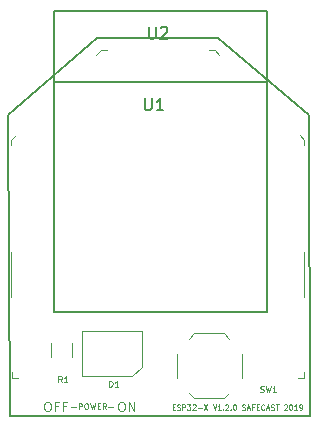
<source format=gto>
%TF.GenerationSoftware,KiCad,Pcbnew,(5.1.0-511-gbeef7c9f2)*%
%TF.CreationDate,2019-05-09T17:34:55+09:00*%
%TF.ProjectId,xbee,78626565-2e6b-4696-9361-645f70636258,rev?*%
%TF.SameCoordinates,Original*%
%TF.FileFunction,Legend,Top*%
%TF.FilePolarity,Positive*%
%FSLAX46Y46*%
G04 Gerber Fmt 4.6, Leading zero omitted, Abs format (unit mm)*
G04 Created by KiCad (PCBNEW (5.1.0-511-gbeef7c9f2)) date 2019-05-09 17:34:55*
%MOMM*%
%LPD*%
G04 APERTURE LIST*
%ADD10C,0.050000*%
%ADD11C,0.150000*%
%ADD12C,0.100000*%
%ADD13C,0.120000*%
%ADD14C,0.075000*%
G04 APERTURE END LIST*
D10*
X141076190Y-121509523D02*
X141504761Y-121509523D01*
X141695238Y-121676190D02*
X141695238Y-121176190D01*
X141885714Y-121176190D01*
X141933333Y-121200000D01*
X141957142Y-121223809D01*
X141980952Y-121271428D01*
X141980952Y-121342857D01*
X141957142Y-121390476D01*
X141933333Y-121414285D01*
X141885714Y-121438095D01*
X141695238Y-121438095D01*
X142290476Y-121176190D02*
X142385714Y-121176190D01*
X142433333Y-121200000D01*
X142480952Y-121247619D01*
X142504761Y-121342857D01*
X142504761Y-121509523D01*
X142480952Y-121604761D01*
X142433333Y-121652380D01*
X142385714Y-121676190D01*
X142290476Y-121676190D01*
X142242857Y-121652380D01*
X142195238Y-121604761D01*
X142171428Y-121509523D01*
X142171428Y-121342857D01*
X142195238Y-121247619D01*
X142242857Y-121200000D01*
X142290476Y-121176190D01*
X142671428Y-121176190D02*
X142790476Y-121676190D01*
X142885714Y-121319047D01*
X142980952Y-121676190D01*
X143100000Y-121176190D01*
X143290476Y-121414285D02*
X143457142Y-121414285D01*
X143528571Y-121676190D02*
X143290476Y-121676190D01*
X143290476Y-121176190D01*
X143528571Y-121176190D01*
X144028571Y-121676190D02*
X143861904Y-121438095D01*
X143742857Y-121676190D02*
X143742857Y-121176190D01*
X143933333Y-121176190D01*
X143980952Y-121200000D01*
X144004761Y-121223809D01*
X144028571Y-121271428D01*
X144028571Y-121342857D01*
X144004761Y-121390476D01*
X143980952Y-121414285D01*
X143933333Y-121438095D01*
X143742857Y-121438095D01*
X144195238Y-121509523D02*
X144623809Y-121509523D01*
X138988095Y-121061904D02*
X139140476Y-121061904D01*
X139216666Y-121100000D01*
X139292857Y-121176190D01*
X139330952Y-121328571D01*
X139330952Y-121595238D01*
X139292857Y-121747619D01*
X139216666Y-121823809D01*
X139140476Y-121861904D01*
X138988095Y-121861904D01*
X138911904Y-121823809D01*
X138835714Y-121747619D01*
X138797619Y-121595238D01*
X138797619Y-121328571D01*
X138835714Y-121176190D01*
X138911904Y-121100000D01*
X138988095Y-121061904D01*
X139940476Y-121442857D02*
X139673809Y-121442857D01*
X139673809Y-121861904D02*
X139673809Y-121061904D01*
X140054761Y-121061904D01*
X140626190Y-121442857D02*
X140359523Y-121442857D01*
X140359523Y-121861904D02*
X140359523Y-121061904D01*
X140740476Y-121061904D01*
X145254761Y-121061904D02*
X145407142Y-121061904D01*
X145483333Y-121100000D01*
X145559523Y-121176190D01*
X145597619Y-121328571D01*
X145597619Y-121595238D01*
X145559523Y-121747619D01*
X145483333Y-121823809D01*
X145407142Y-121861904D01*
X145254761Y-121861904D01*
X145178571Y-121823809D01*
X145102380Y-121747619D01*
X145064285Y-121595238D01*
X145064285Y-121328571D01*
X145102380Y-121176190D01*
X145178571Y-121100000D01*
X145254761Y-121061904D01*
X145940476Y-121861904D02*
X145940476Y-121061904D01*
X146397619Y-121861904D01*
X146397619Y-121061904D01*
D11*
X143250000Y-90250000D02*
X153500000Y-90250000D01*
X135750000Y-96750000D02*
X143250000Y-90250000D01*
X135750000Y-96750000D02*
X135850000Y-122250000D01*
X153500000Y-90250000D02*
X161201100Y-96750000D01*
X161201100Y-96750000D02*
X161250000Y-122250000D01*
X161250000Y-122250000D02*
X135850000Y-122250000D01*
D10*
X149639642Y-121492857D02*
X149789642Y-121492857D01*
X149853928Y-121728571D02*
X149639642Y-121728571D01*
X149639642Y-121278571D01*
X149853928Y-121278571D01*
X150025357Y-121707142D02*
X150089642Y-121728571D01*
X150196785Y-121728571D01*
X150239642Y-121707142D01*
X150261071Y-121685714D01*
X150282500Y-121642857D01*
X150282500Y-121600000D01*
X150261071Y-121557142D01*
X150239642Y-121535714D01*
X150196785Y-121514285D01*
X150111071Y-121492857D01*
X150068214Y-121471428D01*
X150046785Y-121450000D01*
X150025357Y-121407142D01*
X150025357Y-121364285D01*
X150046785Y-121321428D01*
X150068214Y-121300000D01*
X150111071Y-121278571D01*
X150218214Y-121278571D01*
X150282500Y-121300000D01*
X150475357Y-121728571D02*
X150475357Y-121278571D01*
X150646785Y-121278571D01*
X150689642Y-121300000D01*
X150711071Y-121321428D01*
X150732500Y-121364285D01*
X150732500Y-121428571D01*
X150711071Y-121471428D01*
X150689642Y-121492857D01*
X150646785Y-121514285D01*
X150475357Y-121514285D01*
X150882500Y-121278571D02*
X151161071Y-121278571D01*
X151011071Y-121450000D01*
X151075357Y-121450000D01*
X151118214Y-121471428D01*
X151139642Y-121492857D01*
X151161071Y-121535714D01*
X151161071Y-121642857D01*
X151139642Y-121685714D01*
X151118214Y-121707142D01*
X151075357Y-121728571D01*
X150946785Y-121728571D01*
X150903928Y-121707142D01*
X150882500Y-121685714D01*
X151332500Y-121321428D02*
X151353928Y-121300000D01*
X151396785Y-121278571D01*
X151503928Y-121278571D01*
X151546785Y-121300000D01*
X151568214Y-121321428D01*
X151589642Y-121364285D01*
X151589642Y-121407142D01*
X151568214Y-121471428D01*
X151311071Y-121728571D01*
X151589642Y-121728571D01*
X151782500Y-121557142D02*
X152125357Y-121557142D01*
X152296785Y-121278571D02*
X152596785Y-121728571D01*
X152596785Y-121278571D02*
X152296785Y-121728571D01*
X153046785Y-121278571D02*
X153196785Y-121728571D01*
X153346785Y-121278571D01*
X153732500Y-121728571D02*
X153475357Y-121728571D01*
X153603928Y-121728571D02*
X153603928Y-121278571D01*
X153561071Y-121342857D01*
X153518214Y-121385714D01*
X153475357Y-121407142D01*
X153925357Y-121685714D02*
X153946785Y-121707142D01*
X153925357Y-121728571D01*
X153903928Y-121707142D01*
X153925357Y-121685714D01*
X153925357Y-121728571D01*
X154118214Y-121321428D02*
X154139642Y-121300000D01*
X154182500Y-121278571D01*
X154289642Y-121278571D01*
X154332500Y-121300000D01*
X154353928Y-121321428D01*
X154375357Y-121364285D01*
X154375357Y-121407142D01*
X154353928Y-121471428D01*
X154096785Y-121728571D01*
X154375357Y-121728571D01*
X154568214Y-121685714D02*
X154589642Y-121707142D01*
X154568214Y-121728571D01*
X154546785Y-121707142D01*
X154568214Y-121685714D01*
X154568214Y-121728571D01*
X154868214Y-121278571D02*
X154911071Y-121278571D01*
X154953928Y-121300000D01*
X154975357Y-121321428D01*
X154996785Y-121364285D01*
X155018214Y-121450000D01*
X155018214Y-121557142D01*
X154996785Y-121642857D01*
X154975357Y-121685714D01*
X154953928Y-121707142D01*
X154911071Y-121728571D01*
X154868214Y-121728571D01*
X154825357Y-121707142D01*
X154803928Y-121685714D01*
X154782500Y-121642857D01*
X154761071Y-121557142D01*
X154761071Y-121450000D01*
X154782500Y-121364285D01*
X154803928Y-121321428D01*
X154825357Y-121300000D01*
X154868214Y-121278571D01*
X155532500Y-121707142D02*
X155596785Y-121728571D01*
X155703928Y-121728571D01*
X155746785Y-121707142D01*
X155768214Y-121685714D01*
X155789642Y-121642857D01*
X155789642Y-121600000D01*
X155768214Y-121557142D01*
X155746785Y-121535714D01*
X155703928Y-121514285D01*
X155618214Y-121492857D01*
X155575357Y-121471428D01*
X155553928Y-121450000D01*
X155532500Y-121407142D01*
X155532500Y-121364285D01*
X155553928Y-121321428D01*
X155575357Y-121300000D01*
X155618214Y-121278571D01*
X155725357Y-121278571D01*
X155789642Y-121300000D01*
X155961071Y-121600000D02*
X156175357Y-121600000D01*
X155918214Y-121728571D02*
X156068214Y-121278571D01*
X156218214Y-121728571D01*
X156518214Y-121492857D02*
X156368214Y-121492857D01*
X156368214Y-121728571D02*
X156368214Y-121278571D01*
X156582500Y-121278571D01*
X156753928Y-121492857D02*
X156903928Y-121492857D01*
X156968214Y-121728571D02*
X156753928Y-121728571D01*
X156753928Y-121278571D01*
X156968214Y-121278571D01*
X157418214Y-121685714D02*
X157396785Y-121707142D01*
X157332500Y-121728571D01*
X157289642Y-121728571D01*
X157225357Y-121707142D01*
X157182500Y-121664285D01*
X157161071Y-121621428D01*
X157139642Y-121535714D01*
X157139642Y-121471428D01*
X157161071Y-121385714D01*
X157182500Y-121342857D01*
X157225357Y-121300000D01*
X157289642Y-121278571D01*
X157332500Y-121278571D01*
X157396785Y-121300000D01*
X157418214Y-121321428D01*
X157589642Y-121600000D02*
X157803928Y-121600000D01*
X157546785Y-121728571D02*
X157696785Y-121278571D01*
X157846785Y-121728571D01*
X157975357Y-121707142D02*
X158039642Y-121728571D01*
X158146785Y-121728571D01*
X158189642Y-121707142D01*
X158211071Y-121685714D01*
X158232500Y-121642857D01*
X158232500Y-121600000D01*
X158211071Y-121557142D01*
X158189642Y-121535714D01*
X158146785Y-121514285D01*
X158061071Y-121492857D01*
X158018214Y-121471428D01*
X157996785Y-121450000D01*
X157975357Y-121407142D01*
X157975357Y-121364285D01*
X157996785Y-121321428D01*
X158018214Y-121300000D01*
X158061071Y-121278571D01*
X158168214Y-121278571D01*
X158232500Y-121300000D01*
X158361071Y-121278571D02*
X158618214Y-121278571D01*
X158489642Y-121728571D02*
X158489642Y-121278571D01*
X159089642Y-121321428D02*
X159111071Y-121300000D01*
X159153928Y-121278571D01*
X159261071Y-121278571D01*
X159303928Y-121300000D01*
X159325357Y-121321428D01*
X159346785Y-121364285D01*
X159346785Y-121407142D01*
X159325357Y-121471428D01*
X159068214Y-121728571D01*
X159346785Y-121728571D01*
X159625357Y-121278571D02*
X159668214Y-121278571D01*
X159711071Y-121300000D01*
X159732500Y-121321428D01*
X159753928Y-121364285D01*
X159775357Y-121450000D01*
X159775357Y-121557142D01*
X159753928Y-121642857D01*
X159732500Y-121685714D01*
X159711071Y-121707142D01*
X159668214Y-121728571D01*
X159625357Y-121728571D01*
X159582500Y-121707142D01*
X159561071Y-121685714D01*
X159539642Y-121642857D01*
X159518214Y-121557142D01*
X159518214Y-121450000D01*
X159539642Y-121364285D01*
X159561071Y-121321428D01*
X159582500Y-121300000D01*
X159625357Y-121278571D01*
X160203928Y-121728571D02*
X159946785Y-121728571D01*
X160075357Y-121728571D02*
X160075357Y-121278571D01*
X160032500Y-121342857D01*
X159989642Y-121385714D01*
X159946785Y-121407142D01*
X160418214Y-121728571D02*
X160503928Y-121728571D01*
X160546785Y-121707142D01*
X160568214Y-121685714D01*
X160611071Y-121621428D01*
X160632500Y-121535714D01*
X160632500Y-121364285D01*
X160611071Y-121321428D01*
X160589642Y-121300000D01*
X160546785Y-121278571D01*
X160461071Y-121278571D01*
X160418214Y-121300000D01*
X160396785Y-121321428D01*
X160375357Y-121364285D01*
X160375357Y-121471428D01*
X160396785Y-121514285D01*
X160418214Y-121535714D01*
X160461071Y-121557142D01*
X160546785Y-121557142D01*
X160589642Y-121535714D01*
X160611071Y-121514285D01*
X160632500Y-121471428D01*
D12*
X160750000Y-119050000D02*
X160250000Y-119050000D01*
X160750000Y-119050000D02*
X160750000Y-118550000D01*
X136050000Y-119050000D02*
X136550000Y-119050000D01*
X136050000Y-119050000D02*
X136050000Y-118550000D01*
X136000000Y-98850000D02*
X136000000Y-99350000D01*
X136000000Y-98850000D02*
X136400000Y-98450000D01*
X160800000Y-98850000D02*
X160400000Y-98450000D01*
X160800000Y-98850000D02*
X160800000Y-99350000D01*
X143600000Y-91250000D02*
X143200000Y-91650000D01*
X143600000Y-91250000D02*
X144100000Y-91250000D01*
X153200000Y-91250000D02*
X152700000Y-91250000D01*
X153200000Y-91250000D02*
X153600000Y-91650000D01*
X136000000Y-108350000D02*
X136000000Y-112150000D01*
X160800000Y-108350000D02*
X160800000Y-112150000D01*
D13*
X147050000Y-115100000D02*
X147050000Y-118100000D01*
X141956000Y-115100000D02*
X147050000Y-115100000D01*
X141956000Y-118900000D02*
X141956000Y-115100000D01*
X146250000Y-118900000D02*
X141956000Y-118900000D01*
X147050000Y-118100000D02*
X146250000Y-118900000D01*
X141130000Y-116050000D02*
X141130000Y-117250000D01*
X139370000Y-117250000D02*
X139370000Y-116050000D01*
D11*
X157600434Y-93982662D02*
X139600434Y-93982662D01*
X139600434Y-87982662D02*
X139600434Y-113482662D01*
X157600434Y-87982662D02*
X157600434Y-113482662D01*
X157600434Y-113482662D02*
X139600434Y-113482662D01*
X157600434Y-87982662D02*
X139600434Y-87982662D01*
D13*
X154450000Y-115700000D02*
X154000000Y-115250000D01*
X151050000Y-115700000D02*
X151500000Y-115250000D01*
X151050000Y-120300000D02*
X151500000Y-120750000D01*
X154450000Y-120300000D02*
X154000000Y-120750000D01*
X150000000Y-119000000D02*
X150000000Y-117000000D01*
X154000000Y-115250000D02*
X151500000Y-115250000D01*
X155500000Y-119000000D02*
X155500000Y-117000000D01*
X154000000Y-120750000D02*
X151500000Y-120750000D01*
D11*
X147638095Y-89312380D02*
X147638095Y-90121904D01*
X147685714Y-90217142D01*
X147733333Y-90264761D01*
X147828571Y-90312380D01*
X148019047Y-90312380D01*
X148114285Y-90264761D01*
X148161904Y-90217142D01*
X148209523Y-90121904D01*
X148209523Y-89312380D01*
X148638095Y-89407619D02*
X148685714Y-89360000D01*
X148780952Y-89312380D01*
X149019047Y-89312380D01*
X149114285Y-89360000D01*
X149161904Y-89407619D01*
X149209523Y-89502857D01*
X149209523Y-89598095D01*
X149161904Y-89740952D01*
X148590476Y-90312380D01*
X149209523Y-90312380D01*
D14*
X144280952Y-119776190D02*
X144280952Y-119276190D01*
X144400000Y-119276190D01*
X144471428Y-119300000D01*
X144519047Y-119347619D01*
X144542857Y-119395238D01*
X144566666Y-119490476D01*
X144566666Y-119561904D01*
X144542857Y-119657142D01*
X144519047Y-119704761D01*
X144471428Y-119752380D01*
X144400000Y-119776190D01*
X144280952Y-119776190D01*
X145042857Y-119776190D02*
X144757142Y-119776190D01*
X144900000Y-119776190D02*
X144900000Y-119276190D01*
X144852380Y-119347619D01*
X144804761Y-119395238D01*
X144757142Y-119419047D01*
X140266666Y-119376190D02*
X140100000Y-119138095D01*
X139980952Y-119376190D02*
X139980952Y-118876190D01*
X140171428Y-118876190D01*
X140219047Y-118900000D01*
X140242857Y-118923809D01*
X140266666Y-118971428D01*
X140266666Y-119042857D01*
X140242857Y-119090476D01*
X140219047Y-119114285D01*
X140171428Y-119138095D01*
X139980952Y-119138095D01*
X140742857Y-119376190D02*
X140457142Y-119376190D01*
X140600000Y-119376190D02*
X140600000Y-118876190D01*
X140552380Y-118947619D01*
X140504761Y-118995238D01*
X140457142Y-119019047D01*
D11*
X147291095Y-95352380D02*
X147291095Y-96161904D01*
X147338714Y-96257142D01*
X147386333Y-96304761D01*
X147481571Y-96352380D01*
X147672047Y-96352380D01*
X147767285Y-96304761D01*
X147814904Y-96257142D01*
X147862523Y-96161904D01*
X147862523Y-95352380D01*
X148862523Y-96352380D02*
X148291095Y-96352380D01*
X148576809Y-96352380D02*
X148576809Y-95352380D01*
X148481571Y-95495238D01*
X148386333Y-95590476D01*
X148291095Y-95638095D01*
D10*
X157083333Y-120202380D02*
X157154761Y-120226190D01*
X157273809Y-120226190D01*
X157321428Y-120202380D01*
X157345238Y-120178571D01*
X157369047Y-120130952D01*
X157369047Y-120083333D01*
X157345238Y-120035714D01*
X157321428Y-120011904D01*
X157273809Y-119988095D01*
X157178571Y-119964285D01*
X157130952Y-119940476D01*
X157107142Y-119916666D01*
X157083333Y-119869047D01*
X157083333Y-119821428D01*
X157107142Y-119773809D01*
X157130952Y-119750000D01*
X157178571Y-119726190D01*
X157297619Y-119726190D01*
X157369047Y-119750000D01*
X157535714Y-119726190D02*
X157654761Y-120226190D01*
X157750000Y-119869047D01*
X157845238Y-120226190D01*
X157964285Y-119726190D01*
X158416666Y-120226190D02*
X158130952Y-120226190D01*
X158273809Y-120226190D02*
X158273809Y-119726190D01*
X158226190Y-119797619D01*
X158178571Y-119845238D01*
X158130952Y-119869047D01*
M02*

</source>
